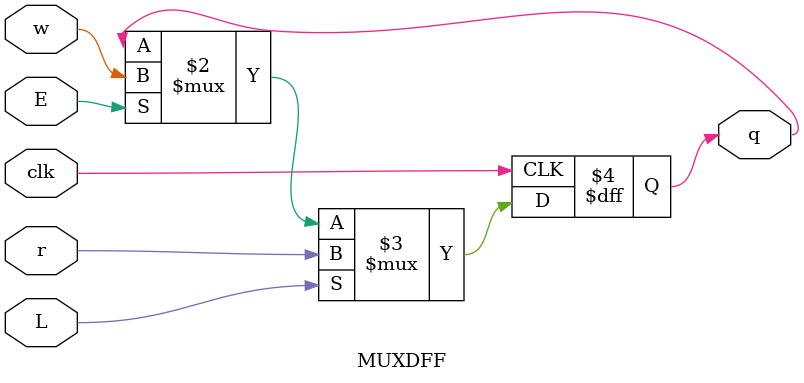
<source format=v>
module top_module (
    input  [3:0] SW,
    input  [3:0] KEY,
    output [3:0] LEDR
);

    wire clk, E, L, w;
    wire r3, r2, r1, r0;
    wire q3, q2, q1, q0;

    assign {w, L, E, clk} = KEY;
    assign {r3, r2, r1, r0} = SW;
    assign LEDR = {q3, q2, q1, q0};


    //  创建模块实例 用的是(), 而不是{}; MUXDFF_3是最左边的实例
    MUXDFF MUXDFF_3 (
        .clk(clk),
        .w  (w),
        .r  (r3),
        .E  (E),
        .L  (L),
        .q  (q3)
    );

    MUXDFF MUXDFF_2 (
        .clk(clk),
        .w  (q3),
        .r  (r2),
        .E  (E),
        .L  (L),
        .q  (q2)
    );

    MUXDFF MUXDFF_1 (
        .clk(clk),
        .w  (q2),
        .r  (r1),
        .E  (E),
        .L  (L),
        .q  (q1)
    );

    MUXDFF MUXDFF_0 (
        .clk(clk),
        .w  (q1),
        .r  (r0),
        .E  (E),
        .L  (L),
        .q  (q0)
    );

endmodule


module MUXDFF (
    input      clk,
    input      w,
    r,
    E,
    L,
    output reg q
);

    always @(posedge clk) begin
        // 底层模块的编写一定要仔细, 因为w和q写反了,检查了好久
        q <= L ? r : (E ? w : q);
    end

endmodule

</source>
